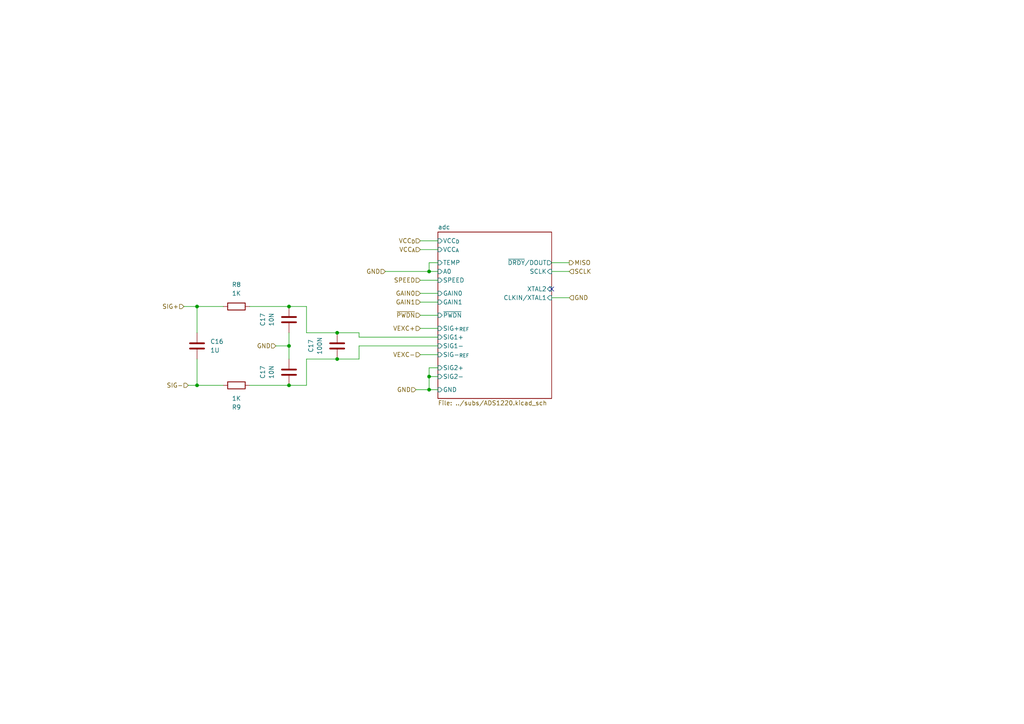
<source format=kicad_sch>
(kicad_sch (version 20230121) (generator eeschema)
  (paper "A4")
  (lib_symbols
    (symbol "Device:C" (pin_numbers hide) (pin_names (offset 0.254))
      (property "Reference" "C" (at 0.635 2.54 0))
      (property "Value" "C" (at 0.635 -2.54 0))
      (symbol "C_0_1"
        (polyline (pts (xy -2.032 -0.762) (xy 2.032 -0.762)) (stroke (width 0.508)))
        (polyline (pts (xy -2.032 0.762) (xy 2.032 0.762)) (stroke (width 0.508)))
      )
      (symbol "C_1_1"
        (pin passive line (at 0 3.81 270) (length 2.794) (name "~") (number "1"))
        (pin passive line (at 0 -3.81 90) (length 2.794) (name "~") (number "2"))
      )
    )
    (symbol "Device:R" (pin_numbers hide) (pin_names (offset 0))
      (property "Reference" "R" (at 2.032 0 90))
      (property "Value" "R" (at 0 0 90))
      (symbol "R_0_1"
        (rectangle (start -1.016 -2.54) (end 1.016 2.54) (stroke (width 0.254)))
      )
      (symbol "R_1_1"
        (pin passive line (at 0 3.81 270) (length 1.27) (name "~") (number "1"))
        (pin passive line (at 0 -3.81 90) (length 1.27) (name "~") (number "2"))
      )
    )
  )
  (junction (at 83.82 88.9))
  (junction (at 57.15 111.76))
  (junction (at 57.15 88.9))
  (junction (at 97.79 96.52))
  (junction (at 124.46 113.03))
  (junction (at 124.46 109.22))
  (junction (at 83.82 100.33))
  (junction (at 124.46 78.74))
  (junction (at 97.79 104.14))
  (junction (at 83.82 111.76))
  (no_connect (at 160.02 83.82))
  (wire (pts (xy 80.01 100.33) (xy 83.82 100.33)))
  (wire (pts (xy 121.92 91.44) (xy 127 91.44)))
  (wire (pts (xy 57.15 88.9) (xy 57.15 96.52)))
  (wire (pts (xy 97.79 96.52) (xy 104.14 96.52)))
  (wire (pts (xy 124.46 109.22) (xy 127 109.22)))
  (wire (pts (xy 124.46 113.03) (xy 127 113.03)))
  (wire (pts (xy 83.82 100.33) (xy 83.82 104.14)))
  (wire (pts (xy 111.76 78.74) (xy 124.46 78.74)))
  (wire (pts (xy 160.02 78.74) (xy 165.1 78.74)))
  (wire (pts (xy 88.9 88.9) (xy 88.9 96.52)))
  (wire (pts (xy 88.9 104.14) (xy 97.79 104.14)))
  (wire (pts (xy 121.92 81.28) (xy 127 81.28)))
  (wire (pts (xy 88.9 96.52) (xy 97.79 96.52)))
  (wire (pts (xy 121.92 85.09) (xy 127 85.09)))
  (wire (pts (xy 121.92 87.63) (xy 127 87.63)))
  (wire (pts (xy 88.9 104.14) (xy 88.9 111.76)))
  (wire (pts (xy 83.82 88.9) (xy 88.9 88.9)))
  (wire (pts (xy 104.14 100.33) (xy 104.14 104.14)))
  (wire (pts (xy 127 106.68) (xy 124.46 106.68)))
  (wire (pts (xy 104.14 96.52) (xy 104.14 97.79)))
  (wire (pts (xy 121.92 95.25) (xy 127 95.25)))
  (wire (pts (xy 83.82 100.33) (xy 83.82 96.52)))
  (wire (pts (xy 57.15 111.76) (xy 57.15 104.14)))
  (wire (pts (xy 124.46 78.74) (xy 127 78.74)))
  (wire (pts (xy 104.14 97.79) (xy 127 97.79)))
  (wire (pts (xy 160.02 86.36) (xy 165.1 86.36)))
  (wire (pts (xy 104.14 100.33) (xy 127 100.33)))
  (wire (pts (xy 53.34 88.9) (xy 57.15 88.9)))
  (wire (pts (xy 54.61 111.76) (xy 57.15 111.76)))
  (wire (pts (xy 83.82 111.76) (xy 88.9 111.76)))
  (wire (pts (xy 124.46 106.68) (xy 124.46 109.22)))
  (wire (pts (xy 124.46 113.03) (xy 120.65 113.03)))
  (wire (pts (xy 124.46 76.2) (xy 127 76.2)))
  (wire (pts (xy 64.77 111.76) (xy 57.15 111.76)))
  (wire (pts (xy 121.92 69.85) (xy 127 69.85)))
  (wire (pts (xy 72.39 88.9) (xy 83.82 88.9)))
  (wire (pts (xy 124.46 109.22) (xy 124.46 113.03)))
  (wire (pts (xy 124.46 76.2) (xy 124.46 78.74)))
  (wire (pts (xy 121.92 72.39) (xy 127 72.39)))
  (wire (pts (xy 64.77 88.9) (xy 57.15 88.9)))
  (wire (pts (xy 121.92 102.87) (xy 127 102.87)))
  (wire (pts (xy 72.39 111.76) (xy 83.82 111.76)))
  (wire (pts (xy 160.02 76.2) (xy 165.1 76.2)))
  (wire (pts (xy 104.14 104.14) (xy 97.79 104.14)))
  (hierarchical_label "VCC_{A}" (shape input) (at 121.92 72.39 180))
  (hierarchical_label "VEXC-" (shape input) (at 121.92 102.87 180))
  (hierarchical_label "SCLK" (shape input) (at 165.1 78.74 0))
  (hierarchical_label "VEXC+" (shape input) (at 121.92 95.25 180))
  (hierarchical_label "~{PWDN}" (shape input) (at 121.92 91.44 180))
  (hierarchical_label "GND" (shape input) (at 111.76 78.74 180))
  (hierarchical_label "MISO" (shape output) (at 165.1 76.2 0))
  (hierarchical_label "SIG-" (shape input) (at 54.61 111.76 180))
  (hierarchical_label "VCC_{D}" (shape input) (at 121.92 69.85 180))
  (hierarchical_label "GND" (shape input) (at 80.01 100.33 180))
  (hierarchical_label "GND" (shape input) (at 120.65 113.03 180))
  (hierarchical_label "SPEED" (shape input) (at 121.92 81.28 180))
  (hierarchical_label "SIG+" (shape input) (at 53.34 88.9 180))
  (hierarchical_label "GAIN1" (shape input) (at 121.92 87.63 180))
  (hierarchical_label "GAIN0" (shape input) (at 121.92 85.09 180))
  (hierarchical_label "GND" (shape input) (at 165.1 86.36 0))
  (symbol (lib_id "Device:R") (at 68.58 88.9 90) (unit 1)
    (property "Reference" "R8" (at 68.58 82.55 90))
    (property "Value" "1K" (at 68.58 85.09 90))
    (property "Footprint" "Resistor_SMD:R_0603_1608Metric" (effects hide))
  )
  (symbol (lib_id "Device:C") (at 83.82 92.71 0) (mirror y) (unit 1)
    (property "Reference" "C17" (at 76.2 92.71 90))
    (property "Value" "10N" (at 78.74 92.71 90))
    (property "Footprint" "Capacitor_SMD:C_0603_1608Metric" (effects hide))
    (instances (project "main" (path "" (reference "C17") (unit 1)) (path "" (reference "C18") (unit 1))))
  )
  (symbol (lib_id "Device:C") (at 97.79 100.33 0) (mirror y) (unit 1)
    (property "Reference" "C17" (at 90.17 100.33 90))
    (property "Value" "100N" (at 92.71 100.33 90))
    (property "Footprint" "Capacitor_SMD:C_0603_1608Metric" (effects hide))
  )
  (symbol (lib_id "Device:C") (at 83.82 107.95 180) (unit 1)
    (property "Reference" "C17" (at 76.2 107.95 90))
    (property "Value" "10N" (at 78.74 107.95 90))
    (property "Footprint" "Capacitor_SMD:C_0603_1608Metric" (effects hide))
    (instances (project "main" (path "" (reference "C17") (unit 1)) (path "" (reference "C19") (unit 1))))
  )
  (symbol (lib_id "Device:R") (at 68.58 111.76 270) (unit 1)
    (property "Reference" "R9" (at 68.58 118.11 90))
    (property "Value" "1K" (at 68.58 115.57 90))
    (property "Footprint" "Resistor_SMD:R_0603_1608Metric" (effects hide))
  )
  (symbol (lib_id "Device:C") (at 57.15 100.33 180) (unit 1)
    (property "Reference" "C16" (at 60.96 99.06 0) (effects (justify right)))
    (property "Value" "1U" (at 60.96 101.6 0) (effects (justify right)))
    (property "Footprint" "Capacitor_SMD:C_0603_1608Metric" (effects hide))
  )
  (sheet (at 127 67.31) (size 33.02 48.26) (stroke (width 0.1524))
    (property "Sheetname" "adc" (at 127 66.5984 0) (effects (justify left bottom)))
    (property "Sheetfile" "../subs/ADS1220.kicad_sch" (at 127 116.1546 0) (effects (justify left top)))
    (pin "SIG-_{REF}" input (at 127 102.87 180))
    (pin "SIG2+" input (at 127 106.68 180))
    (pin "SIG2-" input (at 127 109.22 180))
    (pin "TEMP" input (at 127 76.2 180))
    (pin "A0" input (at 127 78.74 180))
    (pin "SPEED" input (at 127 81.28 180))
    (pin "GND" input (at 127 113.03 180))
    (pin "XTAL2" input (at 160.02 83.82 0))
    (pin "~{PWDN}" input (at 127 91.44 180))
    (pin "SCLK" input (at 160.02 78.74 0))
    (pin "GAIN0" input (at 127 85.09 180))
    (pin "~{DRDY}{slash}DOUT" output (at 160.02 76.2 0))
    (pin "CLKIN{slash}XTAL1" input (at 160.02 86.36 0))
    (pin "GAIN1" input (at 127 87.63 180))
    (pin "SIG1-" input (at 127 100.33 180))
    (pin "SIG1+" input (at 127 97.79 180))
    (pin "VCC_{A}" input (at 127 72.39 180))
    (pin "SIG+_{REF}" input (at 127 95.25 180))
    (pin "VCC_{D}" input (at 127 69.85 180))
  )
)
</source>
